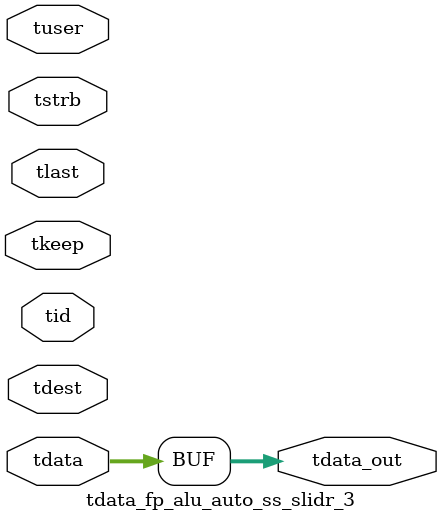
<source format=v>


`timescale 1ps/1ps

module tdata_fp_alu_auto_ss_slidr_3 #
(
parameter C_S_AXIS_TDATA_WIDTH = 32,
parameter C_S_AXIS_TUSER_WIDTH = 0,
parameter C_S_AXIS_TID_WIDTH   = 0,
parameter C_S_AXIS_TDEST_WIDTH = 0,
parameter C_M_AXIS_TDATA_WIDTH = 32
)
(
input  [(C_S_AXIS_TDATA_WIDTH == 0 ? 1 : C_S_AXIS_TDATA_WIDTH)-1:0     ] tdata,
input  [(C_S_AXIS_TUSER_WIDTH == 0 ? 1 : C_S_AXIS_TUSER_WIDTH)-1:0     ] tuser,
input  [(C_S_AXIS_TID_WIDTH   == 0 ? 1 : C_S_AXIS_TID_WIDTH)-1:0       ] tid,
input  [(C_S_AXIS_TDEST_WIDTH == 0 ? 1 : C_S_AXIS_TDEST_WIDTH)-1:0     ] tdest,
input  [(C_S_AXIS_TDATA_WIDTH/8)-1:0 ] tkeep,
input  [(C_S_AXIS_TDATA_WIDTH/8)-1:0 ] tstrb,
input                                                                    tlast,
output [C_M_AXIS_TDATA_WIDTH-1:0] tdata_out
);

assign tdata_out = {tdata[31:0]};

endmodule


</source>
